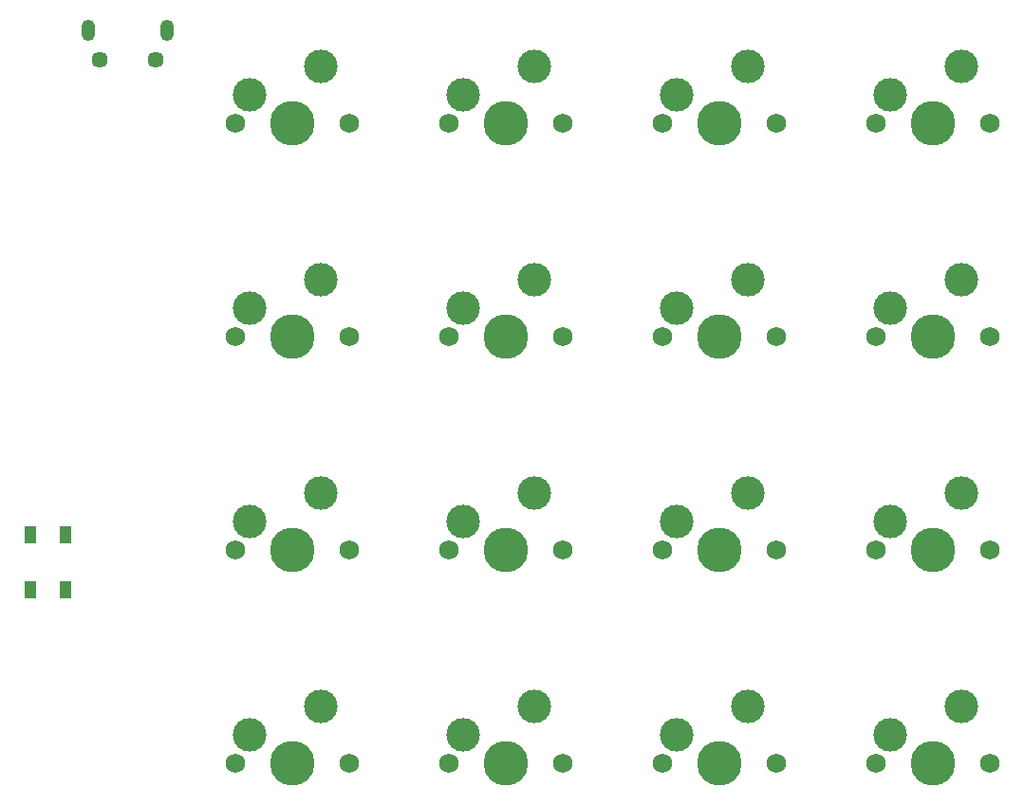
<source format=gbr>
%TF.GenerationSoftware,KiCad,Pcbnew,(5.1.10)-1*%
%TF.CreationDate,2021-09-24T11:07:47+01:00*%
%TF.ProjectId,streamdeck2,73747265-616d-4646-9563-6b322e6b6963,rev?*%
%TF.SameCoordinates,Original*%
%TF.FileFunction,Soldermask,Top*%
%TF.FilePolarity,Negative*%
%FSLAX46Y46*%
G04 Gerber Fmt 4.6, Leading zero omitted, Abs format (unit mm)*
G04 Created by KiCad (PCBNEW (5.1.10)-1) date 2021-09-24 11:07:47*
%MOMM*%
%LPD*%
G01*
G04 APERTURE LIST*
%ADD10O,1.200000X1.900000*%
%ADD11C,1.450000*%
%ADD12R,1.000000X1.500000*%
%ADD13C,1.750000*%
%ADD14C,3.000000*%
%ADD15C,3.987800*%
G04 APERTURE END LIST*
D10*
%TO.C,J1*%
X108656000Y-46412900D03*
X101656000Y-46412900D03*
D11*
X107656000Y-49112900D03*
X102656000Y-49112900D03*
%TD*%
D12*
%TO.C,D39*%
X99644000Y-91530000D03*
X96444000Y-91530000D03*
X99644000Y-96430000D03*
X96444000Y-96430000D03*
%TD*%
D13*
%TO.C,MX16*%
X182086250Y-111918750D03*
X171926250Y-111918750D03*
D14*
X173196250Y-109378750D03*
D15*
X177006250Y-111918750D03*
D14*
X179546250Y-106838750D03*
%TD*%
D13*
%TO.C,MX15*%
X163036250Y-111918750D03*
X152876250Y-111918750D03*
D14*
X154146250Y-109378750D03*
D15*
X157956250Y-111918750D03*
D14*
X160496250Y-106838750D03*
%TD*%
D13*
%TO.C,MX14*%
X143986250Y-111918750D03*
X133826250Y-111918750D03*
D14*
X135096250Y-109378750D03*
D15*
X138906250Y-111918750D03*
D14*
X141446250Y-106838750D03*
%TD*%
D13*
%TO.C,MX13*%
X124936250Y-111918750D03*
X114776250Y-111918750D03*
D14*
X116046250Y-109378750D03*
D15*
X119856250Y-111918750D03*
D14*
X122396250Y-106838750D03*
%TD*%
D13*
%TO.C,MX12*%
X182086250Y-92868750D03*
X171926250Y-92868750D03*
D14*
X173196250Y-90328750D03*
D15*
X177006250Y-92868750D03*
D14*
X179546250Y-87788750D03*
%TD*%
D13*
%TO.C,MX11*%
X163036250Y-92868750D03*
X152876250Y-92868750D03*
D14*
X154146250Y-90328750D03*
D15*
X157956250Y-92868750D03*
D14*
X160496250Y-87788750D03*
%TD*%
D13*
%TO.C,MX10*%
X143986250Y-92868750D03*
X133826250Y-92868750D03*
D14*
X135096250Y-90328750D03*
D15*
X138906250Y-92868750D03*
D14*
X141446250Y-87788750D03*
%TD*%
D13*
%TO.C,MX9*%
X124936250Y-92868750D03*
X114776250Y-92868750D03*
D14*
X116046250Y-90328750D03*
D15*
X119856250Y-92868750D03*
D14*
X122396250Y-87788750D03*
%TD*%
D13*
%TO.C,MX8*%
X182086250Y-73818750D03*
X171926250Y-73818750D03*
D14*
X173196250Y-71278750D03*
D15*
X177006250Y-73818750D03*
D14*
X179546250Y-68738750D03*
%TD*%
D13*
%TO.C,MX7*%
X163036250Y-73818750D03*
X152876250Y-73818750D03*
D14*
X154146250Y-71278750D03*
D15*
X157956250Y-73818750D03*
D14*
X160496250Y-68738750D03*
%TD*%
D13*
%TO.C,MX6*%
X143986250Y-73818750D03*
X133826250Y-73818750D03*
D14*
X135096250Y-71278750D03*
D15*
X138906250Y-73818750D03*
D14*
X141446250Y-68738750D03*
%TD*%
D13*
%TO.C,MX5*%
X124936250Y-73818750D03*
X114776250Y-73818750D03*
D14*
X116046250Y-71278750D03*
D15*
X119856250Y-73818750D03*
D14*
X122396250Y-68738750D03*
%TD*%
D13*
%TO.C,MX4*%
X182086250Y-54768750D03*
X171926250Y-54768750D03*
D14*
X173196250Y-52228750D03*
D15*
X177006250Y-54768750D03*
D14*
X179546250Y-49688750D03*
%TD*%
D13*
%TO.C,MX3*%
X163036250Y-54768750D03*
X152876250Y-54768750D03*
D14*
X154146250Y-52228750D03*
D15*
X157956250Y-54768750D03*
D14*
X160496250Y-49688750D03*
%TD*%
D13*
%TO.C,MX2*%
X143986250Y-54768750D03*
X133826250Y-54768750D03*
D14*
X135096250Y-52228750D03*
D15*
X138906250Y-54768750D03*
D14*
X141446250Y-49688750D03*
%TD*%
D13*
%TO.C,MX1*%
X124936250Y-54768750D03*
X114776250Y-54768750D03*
D14*
X116046250Y-52228750D03*
D15*
X119856250Y-54768750D03*
D14*
X122396250Y-49688750D03*
%TD*%
M02*

</source>
